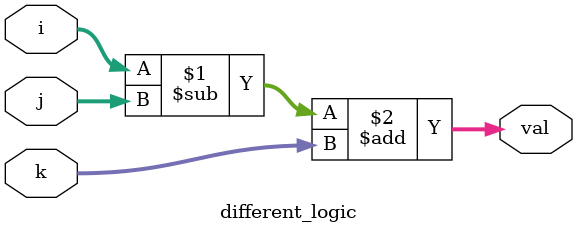
<source format=v>
module original(input [7:0] a, b, c, output [7:0] out);
    assign out = (a + b) - c;
endmodule

module copy_original(input [7:0] x, y, z, output [7:0] res);
    assign res = (x + y) - z;
endmodule

module different_logic(input [7:0] i, j, k, output [7:0] val);
    assign val = (i - j) + k;
endmodule
</source>
